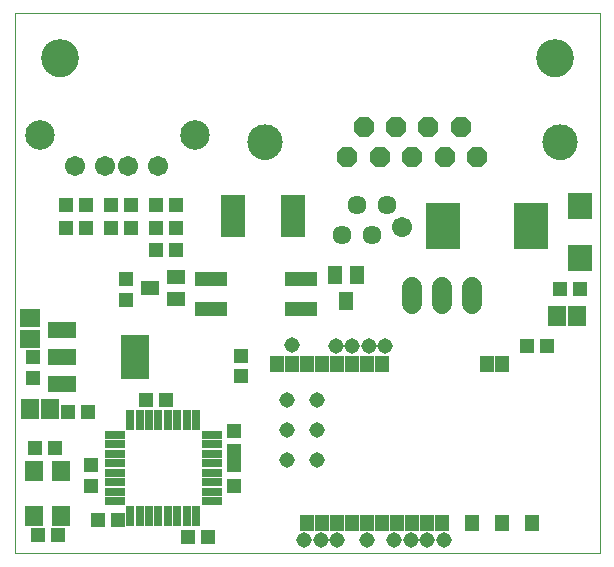
<source format=gts>
G75*
G70*
%OFA0B0*%
%FSLAX24Y24*%
%IPPOS*%
%LPD*%
%AMOC8*
5,1,8,0,0,1.08239X$1,22.5*
%
%ADD10C,0.0000*%
%ADD11C,0.1261*%
%ADD12R,0.0474X0.0552*%
%ADD13C,0.0516*%
%ADD14R,0.0828X0.1419*%
%ADD15C,0.0634*%
%ADD16C,0.0671*%
%ADD17OC8,0.0680*%
%ADD18C,0.1182*%
%ADD19R,0.0960X0.0560*%
%ADD20R,0.0946X0.1497*%
%ADD21C,0.0674*%
%ADD22R,0.0671X0.0592*%
%ADD23R,0.0592X0.0671*%
%ADD24R,0.0470X0.0480*%
%ADD25R,0.0474X0.0474*%
%ADD26R,0.0631X0.0474*%
%ADD27C,0.0674*%
%ADD28C,0.0986*%
%ADD29R,0.0277X0.0651*%
%ADD30R,0.0651X0.0277*%
%ADD31R,0.0480X0.0470*%
%ADD32R,0.0592X0.0710*%
%ADD33R,0.0789X0.0907*%
%ADD34R,0.1182X0.1576*%
%ADD35R,0.0474X0.0631*%
%ADD36R,0.1064X0.0474*%
D10*
X003588Y000907D02*
X003588Y018907D01*
X023088Y018907D01*
X023088Y000907D01*
X003588Y000907D01*
X016202Y011786D02*
X016204Y011820D01*
X016210Y011854D01*
X016220Y011887D01*
X016233Y011918D01*
X016251Y011948D01*
X016271Y011976D01*
X016295Y012001D01*
X016321Y012023D01*
X016349Y012041D01*
X016380Y012057D01*
X016412Y012069D01*
X016446Y012077D01*
X016480Y012081D01*
X016514Y012081D01*
X016548Y012077D01*
X016582Y012069D01*
X016614Y012057D01*
X016644Y012041D01*
X016673Y012023D01*
X016699Y012001D01*
X016723Y011976D01*
X016743Y011948D01*
X016761Y011918D01*
X016774Y011887D01*
X016784Y011854D01*
X016790Y011820D01*
X016792Y011786D01*
X016790Y011752D01*
X016784Y011718D01*
X016774Y011685D01*
X016761Y011654D01*
X016743Y011624D01*
X016723Y011596D01*
X016699Y011571D01*
X016673Y011549D01*
X016645Y011531D01*
X016614Y011515D01*
X016582Y011503D01*
X016548Y011495D01*
X016514Y011491D01*
X016480Y011491D01*
X016446Y011495D01*
X016412Y011503D01*
X016380Y011515D01*
X016349Y011531D01*
X016321Y011549D01*
X016295Y011571D01*
X016271Y011596D01*
X016251Y011624D01*
X016233Y011654D01*
X016220Y011685D01*
X016210Y011718D01*
X016204Y011752D01*
X016202Y011786D01*
X011366Y014607D02*
X011368Y014654D01*
X011374Y014700D01*
X011384Y014746D01*
X011397Y014791D01*
X011415Y014834D01*
X011436Y014876D01*
X011460Y014916D01*
X011488Y014953D01*
X011519Y014988D01*
X011553Y015021D01*
X011589Y015050D01*
X011628Y015076D01*
X011669Y015099D01*
X011712Y015118D01*
X011756Y015134D01*
X011801Y015146D01*
X011847Y015154D01*
X011894Y015158D01*
X011940Y015158D01*
X011987Y015154D01*
X012033Y015146D01*
X012078Y015134D01*
X012122Y015118D01*
X012165Y015099D01*
X012206Y015076D01*
X012245Y015050D01*
X012281Y015021D01*
X012315Y014988D01*
X012346Y014953D01*
X012374Y014916D01*
X012398Y014876D01*
X012419Y014834D01*
X012437Y014791D01*
X012450Y014746D01*
X012460Y014700D01*
X012466Y014654D01*
X012468Y014607D01*
X012466Y014560D01*
X012460Y014514D01*
X012450Y014468D01*
X012437Y014423D01*
X012419Y014380D01*
X012398Y014338D01*
X012374Y014298D01*
X012346Y014261D01*
X012315Y014226D01*
X012281Y014193D01*
X012245Y014164D01*
X012206Y014138D01*
X012165Y014115D01*
X012122Y014096D01*
X012078Y014080D01*
X012033Y014068D01*
X011987Y014060D01*
X011940Y014056D01*
X011894Y014056D01*
X011847Y014060D01*
X011801Y014068D01*
X011756Y014080D01*
X011712Y014096D01*
X011669Y014115D01*
X011628Y014138D01*
X011589Y014164D01*
X011553Y014193D01*
X011519Y014226D01*
X011488Y014261D01*
X011460Y014298D01*
X011436Y014338D01*
X011415Y014380D01*
X011397Y014423D01*
X011384Y014468D01*
X011374Y014514D01*
X011368Y014560D01*
X011366Y014607D01*
X009133Y014870D02*
X009135Y014912D01*
X009141Y014954D01*
X009151Y014996D01*
X009164Y015036D01*
X009182Y015075D01*
X009203Y015112D01*
X009227Y015146D01*
X009255Y015179D01*
X009285Y015209D01*
X009318Y015235D01*
X009353Y015259D01*
X009391Y015279D01*
X009430Y015295D01*
X009470Y015308D01*
X009512Y015317D01*
X009554Y015322D01*
X009597Y015323D01*
X009639Y015320D01*
X009681Y015313D01*
X009722Y015302D01*
X009762Y015287D01*
X009800Y015269D01*
X009837Y015247D01*
X009871Y015222D01*
X009903Y015194D01*
X009931Y015163D01*
X009957Y015129D01*
X009980Y015093D01*
X009999Y015056D01*
X010015Y015016D01*
X010027Y014975D01*
X010035Y014934D01*
X010039Y014891D01*
X010039Y014849D01*
X010035Y014806D01*
X010027Y014765D01*
X010015Y014724D01*
X009999Y014684D01*
X009980Y014647D01*
X009957Y014611D01*
X009931Y014577D01*
X009903Y014546D01*
X009871Y014518D01*
X009837Y014493D01*
X009800Y014471D01*
X009762Y014453D01*
X009722Y014438D01*
X009681Y014427D01*
X009639Y014420D01*
X009597Y014417D01*
X009554Y014418D01*
X009512Y014423D01*
X009470Y014432D01*
X009430Y014445D01*
X009391Y014461D01*
X009353Y014481D01*
X009318Y014505D01*
X009285Y014531D01*
X009255Y014561D01*
X009227Y014594D01*
X009203Y014628D01*
X009182Y014665D01*
X009164Y014704D01*
X009151Y014744D01*
X009141Y014786D01*
X009135Y014828D01*
X009133Y014870D01*
X004497Y017407D02*
X004499Y017455D01*
X004505Y017503D01*
X004515Y017550D01*
X004528Y017596D01*
X004546Y017641D01*
X004566Y017685D01*
X004591Y017727D01*
X004619Y017766D01*
X004649Y017803D01*
X004683Y017837D01*
X004720Y017869D01*
X004758Y017898D01*
X004799Y017923D01*
X004842Y017945D01*
X004887Y017963D01*
X004933Y017977D01*
X004980Y017988D01*
X005028Y017995D01*
X005076Y017998D01*
X005124Y017997D01*
X005172Y017992D01*
X005220Y017983D01*
X005266Y017971D01*
X005311Y017954D01*
X005355Y017934D01*
X005397Y017911D01*
X005437Y017884D01*
X005475Y017854D01*
X005510Y017821D01*
X005542Y017785D01*
X005572Y017747D01*
X005598Y017706D01*
X005620Y017663D01*
X005640Y017619D01*
X005655Y017574D01*
X005667Y017527D01*
X005675Y017479D01*
X005679Y017431D01*
X005679Y017383D01*
X005675Y017335D01*
X005667Y017287D01*
X005655Y017240D01*
X005640Y017195D01*
X005620Y017151D01*
X005598Y017108D01*
X005572Y017067D01*
X005542Y017029D01*
X005510Y016993D01*
X005475Y016960D01*
X005437Y016930D01*
X005397Y016903D01*
X005355Y016880D01*
X005311Y016860D01*
X005266Y016843D01*
X005220Y016831D01*
X005172Y016822D01*
X005124Y016817D01*
X005076Y016816D01*
X005028Y016819D01*
X004980Y016826D01*
X004933Y016837D01*
X004887Y016851D01*
X004842Y016869D01*
X004799Y016891D01*
X004758Y016916D01*
X004720Y016945D01*
X004683Y016977D01*
X004649Y017011D01*
X004619Y017048D01*
X004591Y017087D01*
X004566Y017129D01*
X004546Y017173D01*
X004528Y017218D01*
X004515Y017264D01*
X004505Y017311D01*
X004499Y017359D01*
X004497Y017407D01*
X003976Y014870D02*
X003978Y014912D01*
X003984Y014954D01*
X003994Y014996D01*
X004007Y015036D01*
X004025Y015075D01*
X004046Y015112D01*
X004070Y015146D01*
X004098Y015179D01*
X004128Y015209D01*
X004161Y015235D01*
X004196Y015259D01*
X004234Y015279D01*
X004273Y015295D01*
X004313Y015308D01*
X004355Y015317D01*
X004397Y015322D01*
X004440Y015323D01*
X004482Y015320D01*
X004524Y015313D01*
X004565Y015302D01*
X004605Y015287D01*
X004643Y015269D01*
X004680Y015247D01*
X004714Y015222D01*
X004746Y015194D01*
X004774Y015163D01*
X004800Y015129D01*
X004823Y015093D01*
X004842Y015056D01*
X004858Y015016D01*
X004870Y014975D01*
X004878Y014934D01*
X004882Y014891D01*
X004882Y014849D01*
X004878Y014806D01*
X004870Y014765D01*
X004858Y014724D01*
X004842Y014684D01*
X004823Y014647D01*
X004800Y014611D01*
X004774Y014577D01*
X004746Y014546D01*
X004714Y014518D01*
X004680Y014493D01*
X004643Y014471D01*
X004605Y014453D01*
X004565Y014438D01*
X004524Y014427D01*
X004482Y014420D01*
X004440Y014417D01*
X004397Y014418D01*
X004355Y014423D01*
X004313Y014432D01*
X004273Y014445D01*
X004234Y014461D01*
X004196Y014481D01*
X004161Y014505D01*
X004128Y014531D01*
X004098Y014561D01*
X004070Y014594D01*
X004046Y014628D01*
X004025Y014665D01*
X004007Y014704D01*
X003994Y014744D01*
X003984Y014786D01*
X003978Y014828D01*
X003976Y014870D01*
X021208Y014607D02*
X021210Y014654D01*
X021216Y014700D01*
X021226Y014746D01*
X021239Y014791D01*
X021257Y014834D01*
X021278Y014876D01*
X021302Y014916D01*
X021330Y014953D01*
X021361Y014988D01*
X021395Y015021D01*
X021431Y015050D01*
X021470Y015076D01*
X021511Y015099D01*
X021554Y015118D01*
X021598Y015134D01*
X021643Y015146D01*
X021689Y015154D01*
X021736Y015158D01*
X021782Y015158D01*
X021829Y015154D01*
X021875Y015146D01*
X021920Y015134D01*
X021964Y015118D01*
X022007Y015099D01*
X022048Y015076D01*
X022087Y015050D01*
X022123Y015021D01*
X022157Y014988D01*
X022188Y014953D01*
X022216Y014916D01*
X022240Y014876D01*
X022261Y014834D01*
X022279Y014791D01*
X022292Y014746D01*
X022302Y014700D01*
X022308Y014654D01*
X022310Y014607D01*
X022308Y014560D01*
X022302Y014514D01*
X022292Y014468D01*
X022279Y014423D01*
X022261Y014380D01*
X022240Y014338D01*
X022216Y014298D01*
X022188Y014261D01*
X022157Y014226D01*
X022123Y014193D01*
X022087Y014164D01*
X022048Y014138D01*
X022007Y014115D01*
X021964Y014096D01*
X021920Y014080D01*
X021875Y014068D01*
X021829Y014060D01*
X021782Y014056D01*
X021736Y014056D01*
X021689Y014060D01*
X021643Y014068D01*
X021598Y014080D01*
X021554Y014096D01*
X021511Y014115D01*
X021470Y014138D01*
X021431Y014164D01*
X021395Y014193D01*
X021361Y014226D01*
X021330Y014261D01*
X021302Y014298D01*
X021278Y014338D01*
X021257Y014380D01*
X021239Y014423D01*
X021226Y014468D01*
X021216Y014514D01*
X021210Y014560D01*
X021208Y014607D01*
X020997Y017407D02*
X020999Y017455D01*
X021005Y017503D01*
X021015Y017550D01*
X021028Y017596D01*
X021046Y017641D01*
X021066Y017685D01*
X021091Y017727D01*
X021119Y017766D01*
X021149Y017803D01*
X021183Y017837D01*
X021220Y017869D01*
X021258Y017898D01*
X021299Y017923D01*
X021342Y017945D01*
X021387Y017963D01*
X021433Y017977D01*
X021480Y017988D01*
X021528Y017995D01*
X021576Y017998D01*
X021624Y017997D01*
X021672Y017992D01*
X021720Y017983D01*
X021766Y017971D01*
X021811Y017954D01*
X021855Y017934D01*
X021897Y017911D01*
X021937Y017884D01*
X021975Y017854D01*
X022010Y017821D01*
X022042Y017785D01*
X022072Y017747D01*
X022098Y017706D01*
X022120Y017663D01*
X022140Y017619D01*
X022155Y017574D01*
X022167Y017527D01*
X022175Y017479D01*
X022179Y017431D01*
X022179Y017383D01*
X022175Y017335D01*
X022167Y017287D01*
X022155Y017240D01*
X022140Y017195D01*
X022120Y017151D01*
X022098Y017108D01*
X022072Y017067D01*
X022042Y017029D01*
X022010Y016993D01*
X021975Y016960D01*
X021937Y016930D01*
X021897Y016903D01*
X021855Y016880D01*
X021811Y016860D01*
X021766Y016843D01*
X021720Y016831D01*
X021672Y016822D01*
X021624Y016817D01*
X021576Y016816D01*
X021528Y016819D01*
X021480Y016826D01*
X021433Y016837D01*
X021387Y016851D01*
X021342Y016869D01*
X021299Y016891D01*
X021258Y016916D01*
X021220Y016945D01*
X021183Y016977D01*
X021149Y017011D01*
X021119Y017048D01*
X021091Y017087D01*
X021066Y017129D01*
X021046Y017173D01*
X021028Y017218D01*
X021015Y017264D01*
X021005Y017311D01*
X020999Y017359D01*
X020997Y017407D01*
D11*
X021588Y017407D03*
X005088Y017407D03*
D12*
X012318Y007240D03*
X012818Y007240D03*
X013318Y007240D03*
X013818Y007240D03*
X014318Y007240D03*
X014818Y007240D03*
X015318Y007240D03*
X015818Y007240D03*
X019318Y007240D03*
X019818Y007240D03*
X019818Y001940D03*
X018818Y001940D03*
X017818Y001940D03*
X017318Y001940D03*
X016818Y001940D03*
X016318Y001940D03*
X015818Y001940D03*
X015318Y001940D03*
X014818Y001940D03*
X014318Y001940D03*
X013818Y001940D03*
X013318Y001940D03*
X020818Y001940D03*
D13*
X017888Y001357D03*
X017338Y001357D03*
X016788Y001357D03*
X016238Y001357D03*
X015338Y001357D03*
X014338Y001357D03*
X013788Y001357D03*
X013238Y001357D03*
X013668Y004017D03*
X012668Y004017D03*
X012668Y005017D03*
X012668Y006017D03*
X013668Y006017D03*
X013668Y005017D03*
X014288Y007807D03*
X014838Y007807D03*
X015388Y007807D03*
X015938Y007807D03*
X012838Y007857D03*
D14*
X012878Y012157D03*
X010870Y012157D03*
D15*
X014488Y011507D03*
X015488Y011507D03*
X014988Y012507D03*
X015988Y012507D03*
D16*
X016497Y011786D03*
D17*
X016838Y014107D03*
X017918Y014107D03*
X018998Y014107D03*
X018458Y015107D03*
X017378Y015107D03*
X016298Y015107D03*
X015218Y015107D03*
X014678Y014107D03*
X015758Y014107D03*
D18*
X011917Y014607D03*
X021759Y014607D03*
D19*
X005168Y008367D03*
X005168Y007457D03*
X005168Y006547D03*
D20*
X007608Y007457D03*
D21*
X016838Y009210D02*
X016838Y009804D01*
X017838Y009804D02*
X017838Y009210D01*
X018838Y009210D02*
X018838Y009804D01*
D22*
X004088Y008742D03*
X004088Y008072D03*
D23*
X004103Y005707D03*
X004773Y005707D03*
X021653Y008807D03*
X022323Y008807D03*
D24*
X022423Y009707D03*
X021753Y009707D03*
X021323Y007807D03*
X020653Y007807D03*
X008973Y011007D03*
X008303Y011007D03*
X008303Y011757D03*
X008973Y011757D03*
X007473Y011757D03*
X006803Y011757D03*
X005973Y011757D03*
X005303Y011757D03*
D25*
X005303Y012507D03*
X005973Y012507D03*
X006803Y012507D03*
X007473Y012507D03*
X008303Y012507D03*
X008973Y012507D03*
X007288Y010042D03*
X007288Y009372D03*
X004188Y007442D03*
X004188Y006772D03*
X005353Y005607D03*
X006023Y005607D03*
X004923Y004407D03*
X004253Y004407D03*
X006138Y003842D03*
X006138Y003172D03*
X006353Y002007D03*
X007023Y002007D03*
X005023Y001507D03*
X004353Y001507D03*
X009353Y001457D03*
X010023Y001457D03*
X010888Y003172D03*
X010888Y003842D03*
X008623Y006007D03*
X007953Y006007D03*
D26*
X008971Y009383D03*
X008971Y010131D03*
X008105Y009757D03*
D27*
X008366Y013807D03*
X007382Y013807D03*
X006594Y013807D03*
X005610Y013807D03*
D28*
X004429Y014870D03*
X009586Y014870D03*
D29*
X009640Y005371D03*
X009325Y005371D03*
X009010Y005371D03*
X008696Y005371D03*
X008381Y005371D03*
X008066Y005371D03*
X007751Y005371D03*
X007436Y005371D03*
X007436Y002143D03*
X007751Y002143D03*
X008066Y002143D03*
X008381Y002143D03*
X008696Y002143D03*
X009010Y002143D03*
X009325Y002143D03*
X009640Y002143D03*
D30*
X010152Y002655D03*
X010152Y002970D03*
X010152Y003285D03*
X010152Y003600D03*
X010152Y003915D03*
X010152Y004230D03*
X010152Y004544D03*
X010152Y004859D03*
X006924Y004859D03*
X006924Y004544D03*
X006924Y004230D03*
X006924Y003915D03*
X006924Y003600D03*
X006924Y003285D03*
X006924Y002970D03*
X006924Y002655D03*
D31*
X010888Y004322D03*
X010888Y004992D03*
X011138Y006822D03*
X011138Y007492D03*
D32*
X005149Y003668D03*
X004244Y003668D03*
X004244Y002172D03*
X005149Y002172D03*
D33*
X022438Y010752D03*
X022438Y012484D03*
D34*
X020795Y011807D03*
X017881Y011807D03*
D35*
X015012Y010190D03*
X014264Y010190D03*
X014638Y009324D03*
D36*
X013124Y009065D03*
X013124Y010050D03*
X010132Y010050D03*
X010132Y009065D03*
M02*

</source>
